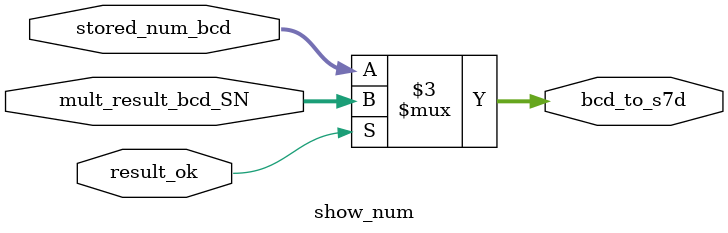
<source format=sv>
module show_num (
    input logic [15:0] stored_num_bcd,
    input logic [15:0] mult_result_bcd_SN,
    input logic result_ok,
    output logic [15:0] bcd_to_s7d

);

    always_comb begin
        if(result_ok)begin
            bcd_to_s7d =  mult_result_bcd_SN;
        end
        else begin
            bcd_to_s7d = stored_num_bcd;
        end
    end




endmodule
</source>
